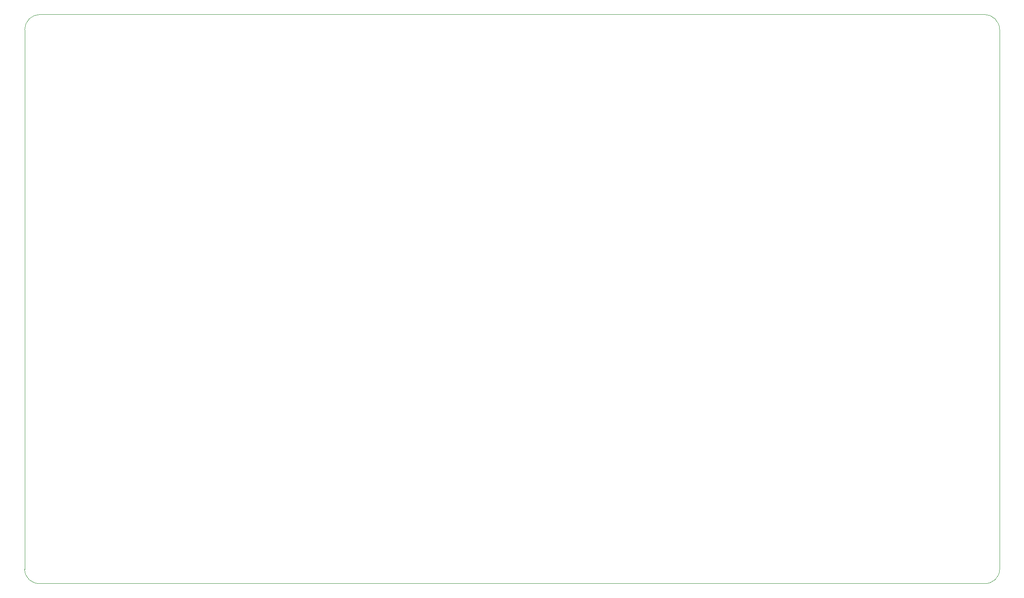
<source format=gbr>
%TF.GenerationSoftware,KiCad,Pcbnew,(6.0.0)*%
%TF.CreationDate,2024-06-19T13:28:13-04:00*%
%TF.ProjectId,MCD_Rev2,4d43445f-5265-4763-922e-6b696361645f,rev?*%
%TF.SameCoordinates,Original*%
%TF.FileFunction,Profile,NP*%
%FSLAX46Y46*%
G04 Gerber Fmt 4.6, Leading zero omitted, Abs format (unit mm)*
G04 Created by KiCad (PCBNEW (6.0.0)) date 2024-06-19 13:28:13*
%MOMM*%
%LPD*%
G01*
G04 APERTURE LIST*
%TA.AperFunction,Profile*%
%ADD10C,0.100000*%
%TD*%
G04 APERTURE END LIST*
D10*
X297000000Y-183300000D02*
X297000000Y-74600000D01*
X293900000Y-186150000D02*
G75*
G03*
X297000000Y-183300000I239920J2849999D01*
G01*
X293900000Y-71500000D02*
X103800000Y-71500000D01*
X297000000Y-74600000D02*
G75*
G03*
X293900000Y-71500000I-3100000J0D01*
G01*
X103800000Y-71500000D02*
G75*
G03*
X100700000Y-74600000I0J-3100000D01*
G01*
X100700000Y-74600000D02*
X100700000Y-183300000D01*
X103800000Y-186150000D02*
X293900000Y-186150000D01*
X100700000Y-183300000D02*
G75*
G03*
X103800000Y-186150000I2860080J-1D01*
G01*
M02*

</source>
